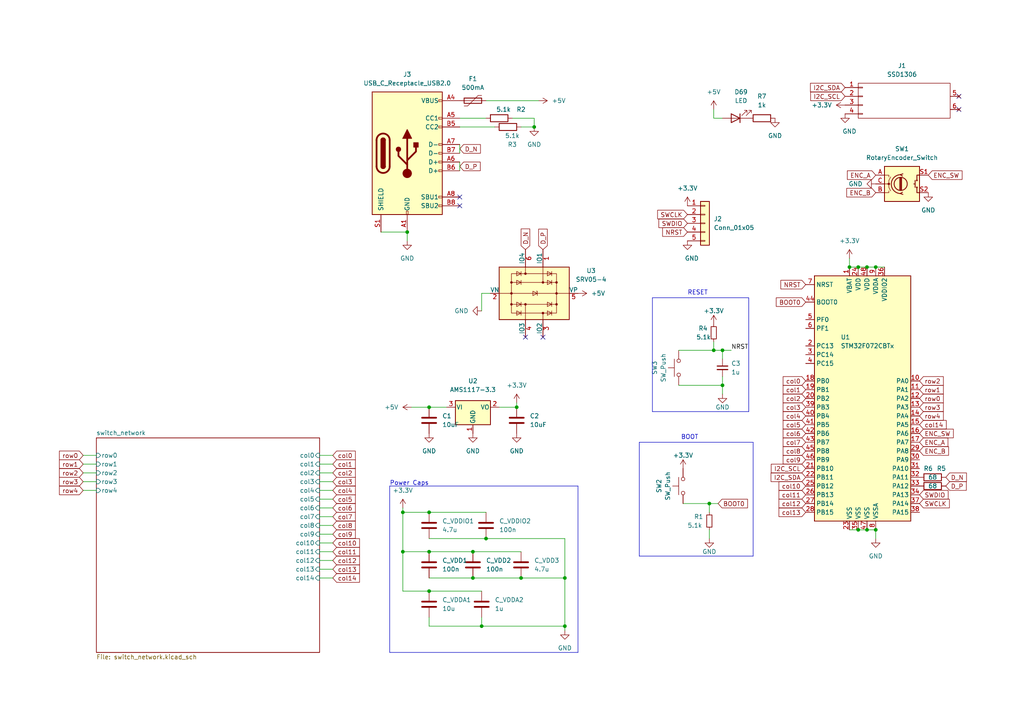
<source format=kicad_sch>
(kicad_sch (version 20230121) (generator eeschema)
  (paper "A4")
  (lib_symbols
    (symbol "Connector:USB_C_Receptacle_USB2.0" (pin_names (offset 1.016))
      (property "Reference" "J" (at -10.16 19.05 0))
      (property "Value" "USB_C_Receptacle_USB2.0" (at 19.05 19.05 0))
      (symbol "USB_C_Receptacle_USB2.0_0_0"
        (rectangle (start -0.254 -17.78) (end 0.254 -16.764))
        (rectangle (start 10.16 -14.986) (end 9.144 -15.494))
        (rectangle (start 10.16 -12.446) (end 9.144 -12.954))
        (rectangle (start 10.16 -4.826) (end 9.144 -5.334))
        (rectangle (start 10.16 -2.286) (end 9.144 -2.794))
        (rectangle (start 10.16 0.254) (end 9.144 -0.254))
        (rectangle (start 10.16 2.794) (end 9.144 2.286))
        (rectangle (start 10.16 7.874) (end 9.144 7.366))
        (rectangle (start 10.16 10.414) (end 9.144 9.906))
        (rectangle (start 10.16 15.494) (end 9.144 14.986))
      )
      (symbol "USB_C_Receptacle_USB2.0_0_1"
        (rectangle (start -10.16 17.78) (end 10.16 -17.78) (stroke (width 0.254)) (fill (type background)))
        (arc (start -8.89 -3.81) (mid -6.985 -5.7067) (end -5.08 -3.81) (stroke (width 0.508)))
        (arc (start -7.62 -3.81) (mid -6.985 -4.4423) (end -6.35 -3.81) (stroke (width 0.254)))
        (arc (start -7.62 -3.81) (mid -6.985 -4.4423) (end -6.35 -3.81) (stroke (width 0.254)) (fill (type outline)))
        (rectangle (start -7.62 -3.81) (end -6.35 3.81) (stroke (width 0.254)) (fill (type outline)))
        (arc (start -6.35 3.81) (mid -6.985 4.4423) (end -7.62 3.81) (stroke (width 0.254)))
        (arc (start -6.35 3.81) (mid -6.985 4.4423) (end -7.62 3.81) (stroke (width 0.254)) (fill (type outline)))
        (arc (start -5.08 3.81) (mid -6.985 5.7067) (end -8.89 3.81) (stroke (width 0.508)))
        (circle (center -2.54 1.143) (radius 0.635) (stroke (width 0.254)) (fill (type outline)))
        (circle (center 0 -5.842) (radius 1.27) (fill (type outline)))
        (polyline (pts (xy -8.89 -3.81) (xy -8.89 3.81)) (stroke (width 0.508)))
        (polyline (pts (xy -5.08 3.81) (xy -5.08 -3.81)) (stroke (width 0.508)))
        (polyline (pts (xy 0 -5.842) (xy 0 4.318)) (stroke (width 0.508)))
        (polyline (pts (xy 0 -3.302) (xy -2.54 -0.762) (xy -2.54 0.508)) (stroke (width 0.508)))
        (polyline (pts (xy 0 -2.032) (xy 2.54 0.508) (xy 2.54 1.778)) (stroke (width 0.508)))
        (polyline (pts (xy -1.27 4.318) (xy 0 6.858) (xy 1.27 4.318) (xy -1.27 4.318)) (stroke (width 0.254)) (fill (type outline)))
        (rectangle (start 1.905 1.778) (end 3.175 3.048) (stroke (width 0.254)) (fill (type outline)))
      )
      (symbol "USB_C_Receptacle_USB2.0_1_1"
        (pin passive line (at 0 -22.86 90) (length 5.08) (name "GND") (number "A1"))
        (pin passive line (at 0 -22.86 90) (length 5.08) hide (name "GND") (number "A12"))
        (pin passive line (at 15.24 15.24 180) (length 5.08) (name "VBUS") (number "A4"))
        (pin bidirectional line (at 15.24 10.16 180) (length 5.08) (name "CC1") (number "A5"))
        (pin bidirectional line (at 15.24 -2.54 180) (length 5.08) (name "D+") (number "A6"))
        (pin bidirectional line (at 15.24 2.54 180) (length 5.08) (name "D-") (number "A7"))
        (pin bidirectional line (at 15.24 -12.7 180) (length 5.08) (name "SBU1") (number "A8"))
        (pin passive line (at 15.24 15.24 180) (length 5.08) hide (name "VBUS") (number "A9"))
        (pin passive line (at 0 -22.86 90) (length 5.08) hide (name "GND") (number "B1"))
        (pin passive line (at 0 -22.86 90) (length 5.08) hide (name "GND") (number "B12"))
        (pin passive line (at 15.24 15.24 180) (length 5.08) hide (name "VBUS") (number "B4"))
        (pin bidirectional line (at 15.24 7.62 180) (length 5.08) (name "CC2") (number "B5"))
        (pin bidirectional line (at 15.24 -5.08 180) (length 5.08) (name "D+") (number "B6"))
        (pin bidirectional line (at 15.24 0 180) (length 5.08) (name "D-") (number "B7"))
        (pin bidirectional line (at 15.24 -15.24 180) (length 5.08) (name "SBU2") (number "B8"))
        (pin passive line (at 15.24 15.24 180) (length 5.08) hide (name "VBUS") (number "B9"))
        (pin passive line (at -7.62 -22.86 90) (length 5.08) (name "SHIELD") (number "S1"))
      )
    )
    (symbol "Connector_Generic:Conn_01x05" (pin_names (offset 1.016) hide)
      (property "Reference" "J" (at 0 7.62 0))
      (property "Value" "Conn_01x05" (at 0 -7.62 0))
      (symbol "Conn_01x05_1_1"
        (rectangle (start -1.27 -4.953) (end 0 -5.207) (stroke (width 0.1524)))
        (rectangle (start -1.27 -2.413) (end 0 -2.667) (stroke (width 0.1524)))
        (rectangle (start -1.27 0.127) (end 0 -0.127) (stroke (width 0.1524)))
        (rectangle (start -1.27 2.667) (end 0 2.413) (stroke (width 0.1524)))
        (rectangle (start -1.27 5.207) (end 0 4.953) (stroke (width 0.1524)))
        (rectangle (start -1.27 6.35) (end 1.27 -6.35) (stroke (width 0.254)) (fill (type background)))
        (pin passive line (at -5.08 5.08 0) (length 3.81) (name "Pin_1") (number "1"))
        (pin passive line (at -5.08 2.54 0) (length 3.81) (name "Pin_2") (number "2"))
        (pin passive line (at -5.08 0 0) (length 3.81) (name "Pin_3") (number "3"))
        (pin passive line (at -5.08 -2.54 0) (length 3.81) (name "Pin_4") (number "4"))
        (pin passive line (at -5.08 -5.08 0) (length 3.81) (name "Pin_5") (number "5"))
      )
    )
    (symbol "Device:C" (pin_numbers hide) (pin_names (offset 0.254))
      (property "Reference" "C" (at 0.635 2.54 0))
      (property "Value" "C" (at 0.635 -2.54 0))
      (symbol "C_0_1"
        (polyline (pts (xy -2.032 -0.762) (xy 2.032 -0.762)) (stroke (width 0.508)))
        (polyline (pts (xy -2.032 0.762) (xy 2.032 0.762)) (stroke (width 0.508)))
      )
      (symbol "C_1_1"
        (pin passive line (at 0 3.81 270) (length 2.794) (name "~") (number "1"))
        (pin passive line (at 0 -3.81 90) (length 2.794) (name "~") (number "2"))
      )
    )
    (symbol "Device:C_Small" (pin_numbers hide) (pin_names (offset 0.254) hide)
      (property "Reference" "C" (at 0.254 1.778 0))
      (property "Value" "C_Small" (at 0.254 -2.032 0))
      (symbol "C_Small_0_1"
        (polyline (pts (xy -1.524 -0.508) (xy 1.524 -0.508)) (stroke (width 0.3302)))
        (polyline (pts (xy -1.524 0.508) (xy 1.524 0.508)) (stroke (width 0.3048)))
      )
      (symbol "C_Small_1_1"
        (pin passive line (at 0 2.54 270) (length 2.032) (name "~") (number "1"))
        (pin passive line (at 0 -2.54 90) (length 2.032) (name "~") (number "2"))
      )
    )
    (symbol "Device:LED" (pin_numbers hide) (pin_names (offset 1.016) hide)
      (property "Reference" "D" (at 0 2.54 0))
      (property "Value" "LED" (at 0 -2.54 0))
      (symbol "LED_0_1"
        (polyline (pts (xy -1.27 -1.27) (xy -1.27 1.27)) (stroke (width 0.254)))
        (polyline (pts (xy -1.27 0) (xy 1.27 0)))
        (polyline (pts (xy 1.27 -1.27) (xy 1.27 1.27) (xy -1.27 0) (xy 1.27 -1.27)) (stroke (width 0.254)))
        (polyline (pts (xy -3.048 -0.762) (xy -4.572 -2.286) (xy -3.81 -2.286) (xy -4.572 -2.286) (xy -4.572 -1.524)))
        (polyline (pts (xy -1.778 -0.762) (xy -3.302 -2.286) (xy -2.54 -2.286) (xy -3.302 -2.286) (xy -3.302 -1.524)))
      )
      (symbol "LED_1_1"
        (pin passive line (at -3.81 0 0) (length 2.54) (name "K") (number "1"))
        (pin passive line (at 3.81 0 180) (length 2.54) (name "A") (number "2"))
      )
    )
    (symbol "Device:Polyfuse" (pin_numbers hide) (pin_names (offset 0))
      (property "Reference" "F" (at -2.54 0 90))
      (property "Value" "Polyfuse" (at 2.54 0 90))
      (symbol "Polyfuse_0_1"
        (rectangle (start -0.762 2.54) (end 0.762 -2.54) (stroke (width 0.254)))
        (polyline (pts (xy 0 2.54) (xy 0 -2.54)))
        (polyline (pts (xy -1.524 2.54) (xy -1.524 1.524) (xy 1.524 -1.524) (xy 1.524 -2.54)))
      )
      (symbol "Polyfuse_1_1"
        (pin passive line (at 0 3.81 270) (length 1.27) (name "~") (number "1"))
        (pin passive line (at 0 -3.81 90) (length 1.27) (name "~") (number "2"))
      )
    )
    (symbol "Device:R" (pin_numbers hide) (pin_names (offset 0))
      (property "Reference" "R" (at 2.032 0 90))
      (property "Value" "R" (at 0 0 90))
      (symbol "R_0_1"
        (rectangle (start -1.016 -2.54) (end 1.016 2.54) (stroke (width 0.254)))
      )
      (symbol "R_1_1"
        (pin passive line (at 0 3.81 270) (length 1.27) (name "~") (number "1"))
        (pin passive line (at 0 -3.81 90) (length 1.27) (name "~") (number "2"))
      )
    )
    (symbol "Device:R_Small" (pin_numbers hide) (pin_names (offset 0.254) hide)
      (property "Reference" "R" (at 0.762 0.508 0))
      (property "Value" "R_Small" (at 0.762 -1.016 0))
      (symbol "R_Small_0_1"
        (rectangle (start -0.762 1.778) (end 0.762 -1.778) (stroke (width 0.2032)))
      )
      (symbol "R_Small_1_1"
        (pin passive line (at 0 2.54 270) (length 0.762) (name "~") (number "1"))
        (pin passive line (at 0 -2.54 90) (length 0.762) (name "~") (number "2"))
      )
    )
    (symbol "Device:RotaryEncoder_Switch" (pin_names (offset 0.254) hide)
      (property "Reference" "SW" (at 0 6.604 0))
      (property "Value" "RotaryEncoder_Switch" (at 0 -6.604 0))
      (symbol "RotaryEncoder_Switch_0_1"
        (rectangle (start -5.08 5.08) (end 5.08 -5.08) (stroke (width 0.254)) (fill (type background)))
        (circle (center -3.81 0) (radius 0.254) (fill (type outline)))
        (circle (center -0.381 0) (radius 1.905) (stroke (width 0.254)))
        (arc (start -0.381 2.667) (mid -3.0988 -0.0635) (end -0.381 -2.794) (stroke (width 0.254)))
        (polyline (pts (xy -0.635 -1.778) (xy -0.635 1.778)) (stroke (width 0.254)))
        (polyline (pts (xy -0.381 -1.778) (xy -0.381 1.778)) (stroke (width 0.254)))
        (polyline (pts (xy -0.127 1.778) (xy -0.127 -1.778)) (stroke (width 0.254)))
        (polyline (pts (xy 3.81 0) (xy 3.429 0)) (stroke (width 0.254)))
        (polyline (pts (xy 3.81 1.016) (xy 3.81 -1.016)) (stroke (width 0.254)))
        (polyline (pts (xy -5.08 -2.54) (xy -3.81 -2.54) (xy -3.81 -2.032)))
        (polyline (pts (xy -5.08 2.54) (xy -3.81 2.54) (xy -3.81 2.032)))
        (polyline (pts (xy 0.254 -3.048) (xy -0.508 -2.794) (xy 0.127 -2.413)) (stroke (width 0.254)))
        (polyline (pts (xy 0.254 2.921) (xy -0.508 2.667) (xy 0.127 2.286)) (stroke (width 0.254)))
        (polyline (pts (xy 5.08 -2.54) (xy 4.318 -2.54) (xy 4.318 -1.016)) (stroke (width 0.254)))
        (polyline (pts (xy 5.08 2.54) (xy 4.318 2.54) (xy 4.318 1.016)) (stroke (width 0.254)))
        (polyline (pts (xy -5.08 0) (xy -3.81 0) (xy -3.81 -1.016) (xy -3.302 -2.032)))
        (polyline (pts (xy -4.318 0) (xy -3.81 0) (xy -3.81 1.016) (xy -3.302 2.032)))
        (circle (center 4.318 -1.016) (radius 0.127) (stroke (width 0.254)))
        (circle (center 4.318 1.016) (radius 0.127) (stroke (width 0.254)))
      )
      (symbol "RotaryEncoder_Switch_1_1"
        (pin passive line (at -7.62 2.54 0) (length 2.54) (name "A") (number "A"))
        (pin passive line (at -7.62 -2.54 0) (length 2.54) (name "B") (number "B"))
        (pin passive line (at -7.62 0 0) (length 2.54) (name "C") (number "C"))
        (pin passive line (at 7.62 2.54 180) (length 2.54) (name "S1") (number "S1"))
        (pin passive line (at 7.62 -2.54 180) (length 2.54) (name "S2") (number "S2"))
      )
    )
    (symbol "MCU_ST_STM32F0:STM32F072CBTx"
      (property "Reference" "U" (at -15.24 36.83 0))
      (property "Value" "STM32F072CBTx" (at 7.62 36.83 0))
      (symbol "STM32F072CBTx_0_1"
        (rectangle (start -15.24 -35.56) (end 12.7 35.56) (stroke (width 0.254)) (fill (type background)))
      )
      (symbol "STM32F072CBTx_1_1"
        (pin power_in line (at -5.08 38.1 270) (length 2.54) (name "VBAT") (number "1"))
        (pin bidirectional line (at 15.24 5.08 180) (length 2.54) (name "PA0") (number "10"))
        (pin bidirectional line (at 15.24 2.54 180) (length 2.54) (name "PA1") (number "11"))
        (pin bidirectional line (at 15.24 0 180) (length 2.54) (name "PA2") (number "12"))
        (pin bidirectional line (at 15.24 -2.54 180) (length 2.54) (name "PA3") (number "13"))
        (pin bidirectional line (at 15.24 -5.08 180) (length 2.54) (name "PA4") (number "14"))
        (pin bidirectional line (at 15.24 -7.62 180) (length 2.54) (name "PA5") (number "15"))
        (pin bidirectional line (at 15.24 -10.16 180) (length 2.54) (name "PA6") (number "16"))
        (pin bidirectional line (at 15.24 -12.7 180) (length 2.54) (name "PA7") (number "17"))
        (pin bidirectional line (at -17.78 5.08 0) (length 2.54) (name "PB0") (number "18"))
        (pin bidirectional line (at -17.78 2.54 0) (length 2.54) (name "PB1") (number "19"))
        (pin bidirectional line (at -17.78 15.24 0) (length 2.54) (name "PC13") (number "2"))
        (pin bidirectional line (at -17.78 0 0) (length 2.54) (name "PB2") (number "20"))
        (pin bidirectional line (at -17.78 -20.32 0) (length 2.54) (name "PB10") (number "21"))
        (pin bidirectional line (at -17.78 -22.86 0) (length 2.54) (name "PB11") (number "22"))
        (pin power_in line (at -5.08 -38.1 90) (length 2.54) (name "VSS") (number "23"))
        (pin power_in line (at -2.54 38.1 270) (length 2.54) (name "VDD") (number "24"))
        (pin bidirectional line (at -17.78 -25.4 0) (length 2.54) (name "PB12") (number "25"))
        (pin bidirectional line (at -17.78 -27.94 0) (length 2.54) (name "PB13") (number "26"))
        (pin bidirectional line (at -17.78 -30.48 0) (length 2.54) (name "PB14") (number "27"))
        (pin bidirectional line (at -17.78 -33.02 0) (length 2.54) (name "PB15") (number "28"))
        (pin bidirectional line (at 15.24 -15.24 180) (length 2.54) (name "PA8") (number "29"))
        (pin bidirectional line (at -17.78 12.7 0) (length 2.54) (name "PC14") (number "3"))
        (pin bidirectional line (at 15.24 -17.78 180) (length 2.54) (name "PA9") (number "30"))
        (pin bidirectional line (at 15.24 -20.32 180) (length 2.54) (name "PA10") (number "31"))
        (pin bidirectional line (at 15.24 -22.86 180) (length 2.54) (name "PA11") (number "32"))
        (pin bidirectional line (at 15.24 -25.4 180) (length 2.54) (name "PA12") (number "33"))
        (pin bidirectional line (at 15.24 -27.94 180) (length 2.54) (name "PA13") (number "34"))
        (pin power_in line (at -2.54 -38.1 90) (length 2.54) (name "VSS") (number "35"))
        (pin power_in line (at 5.08 38.1 270) (length 2.54) (name "VDDIO2") (number "36"))
        (pin bidirectional line (at 15.24 -30.48 180) (length 2.54) (name "PA14") (number "37"))
        (pin bidirectional line (at 15.24 -33.02 180) (length 2.54) (name "PA15") (number "38"))
        (pin bidirectional line (at -17.78 -2.54 0) (length 2.54) (name "PB3") (number "39"))
        (pin bidirectional line (at -17.78 10.16 0) (length 2.54) (name "PC15") (number "4"))
        (pin bidirectional line (at -17.78 -5.08 0) (length 2.54) (name "PB4") (number "40"))
        (pin bidirectional line (at -17.78 -7.62 0) (length 2.54) (name "PB5") (number "41"))
        (pin bidirectional line (at -17.78 -10.16 0) (length 2.54) (name "PB6") (number "42"))
        (pin bidirectional line (at -17.78 -12.7 0) (length 2.54) (name "PB7") (number "43"))
        (pin input line (at -17.78 27.94 0) (length 2.54) (name "BOOT0") (number "44"))
        (pin bidirectional line (at -17.78 -15.24 0) (length 2.54) (name "PB8") (number "45"))
        (pin bidirectional line (at -17.78 -17.78 0) (length 2.54) (name "PB9") (number "46"))
        (pin power_in line (at 0 -38.1 90) (length 2.54) (name "VSS") (number "47"))
        (pin power_in line (at 0 38.1 270) (length 2.54) (name "VDD") (number "48"))
        (pin input line (at -17.78 22.86 0) (length 2.54) (name "PF0") (number "5"))
        (pin input line (at -17.78 20.32 0) (length 2.54) (name "PF1") (number "6"))
        (pin input line (at -17.78 33.02 0) (length 2.54) (name "NRST") (number "7"))
        (pin power_in line (at 2.54 -38.1 90) (length 2.54) (name "VSSA") (number "8"))
        (pin power_in line (at 2.54 38.1 270) (length 2.54) (name "VDDA") (number "9"))
      )
    )
    (symbol "Regulator_Linear:AMS1117-3.3" (pin_names (offset 0.254))
      (property "Reference" "U" (at -3.81 3.175 0))
      (property "Value" "AMS1117-3.3" (at 0 3.175 0))
      (symbol "AMS1117-3.3_0_1"
        (rectangle (start -5.08 -5.08) (end 5.08 1.905) (stroke (width 0.254)) (fill (type background)))
      )
      (symbol "AMS1117-3.3_1_1"
        (pin power_in line (at 0 -7.62 90) (length 2.54) (name "GND") (number "1"))
        (pin power_out line (at 7.62 0 180) (length 2.54) (name "VO") (number "2"))
        (pin power_in line (at -7.62 0 0) (length 2.54) (name "VI") (number "3"))
      )
    )
    (symbol "Switch:SW_Push" (pin_numbers hide) (pin_names (offset 1.016) hide)
      (property "Reference" "SW" (at 1.27 2.54 0))
      (property "Value" "SW_Push" (at 0 -1.524 0))
      (symbol "SW_Push_0_1"
        (circle (center -2.032 0) (radius 0.508))
        (polyline (pts (xy 0 1.27) (xy 0 3.048)))
        (polyline (pts (xy 2.54 1.27) (xy -2.54 1.27)))
        (circle (center 2.032 0) (radius 0.508))
        (pin passive line (at -5.08 0 0) (length 2.54) (name "1") (number "1"))
        (pin passive line (at 5.08 0 180) (length 2.54) (name "2") (number "2"))
      )
    )
    (symbol "kobuss:SSD1306" (pin_names (offset 1.016) hide)
      (property "Reference" "J" (at 12.7 1.27 0))
      (property "Value" "SSD1306" (at 13.97 -1.27 0))
      (symbol "SSD1306_0_1"
        (rectangle (start 0 5.08) (end 26.67 -5.08))
      )
      (symbol "SSD1306_1_1"
        (rectangle (start 0 -3.683) (end 1.27 -3.937) (stroke (width 0.1524)))
        (rectangle (start 0 -1.143) (end 1.27 -1.397) (stroke (width 0.1524)))
        (rectangle (start 0 1.397) (end 1.27 1.143) (stroke (width 0.1524)))
        (rectangle (start 0 3.937) (end 1.27 3.683) (stroke (width 0.1524)))
        (pin passive line (at -3.81 3.81 0) (length 3.81) (name "SDA") (number "1"))
        (pin passive line (at -3.81 1.27 0) (length 3.81) (name "SCL") (number "2"))
        (pin passive line (at -3.81 -1.27 0) (length 3.81) (name "VCC") (number "3"))
        (pin passive line (at -3.81 -3.81 0) (length 3.81) (name "GND") (number "4"))
        (pin no_connect line (at 29.21 1.27 180) (length 2.54) (name "MNT") (number "5"))
        (pin no_connect line (at 29.21 -2.54 180) (length 2.54) (name "MNT") (number "6"))
      )
    )
    (symbol "marbastlib-various:SRV05-4" (pin_names (offset 0))
      (property "Reference" "U" (at -5.08 11.43 0))
      (property "Value" "SRV05-4" (at 2.54 11.43 0))
      (symbol "SRV05-4_0_0"
        (rectangle (start -5.715 6.477) (end 5.715 -6.604))
        (polyline (pts (xy -3.175 -6.604) (xy -3.175 6.477)))
        (polyline (pts (xy 3.175 6.477) (xy 3.175 -6.604)))
      )
      (symbol "SRV05-4_0_1"
        (rectangle (start -7.62 10.16) (end 7.62 -10.16) (stroke (width 0.254)) (fill (type background)))
        (circle (center -5.715 -2.54) (radius 0.2794) (fill (type outline)))
        (circle (center -3.175 -6.604) (radius 0.2794) (fill (type outline)))
        (circle (center -3.175 2.54) (radius 0.2794) (fill (type outline)))
        (circle (center -3.175 6.477) (radius 0.2794) (fill (type outline)))
        (circle (center 0 -6.604) (radius 0.2794) (fill (type outline)))
        (polyline (pts (xy -7.747 2.54) (xy -3.175 2.54)))
        (polyline (pts (xy -7.62 -2.54) (xy -5.715 -2.54)))
        (polyline (pts (xy -5.08 -3.81) (xy -6.35 -3.81)))
        (polyline (pts (xy -5.08 5.08) (xy -6.35 5.08)))
        (polyline (pts (xy -2.54 -3.81) (xy -3.81 -3.81)))
        (polyline (pts (xy -2.54 5.08) (xy -3.81 5.08)))
        (polyline (pts (xy 0 10.16) (xy 0 -10.16)))
        (polyline (pts (xy 3.81 -3.81) (xy 2.54 -3.81)))
        (polyline (pts (xy 3.81 5.08) (xy 2.54 5.08)))
        (polyline (pts (xy 6.35 -3.81) (xy 5.08 -3.81)))
        (polyline (pts (xy 6.35 5.08) (xy 5.08 5.08)))
        (polyline (pts (xy 7.62 -2.54) (xy 3.175 -2.54)))
        (polyline (pts (xy 7.62 2.54) (xy 5.715 2.54)))
        (polyline (pts (xy 0.635 0.889) (xy -0.635 0.889) (xy -0.635 0.635)))
        (polyline (pts (xy -5.08 -5.08) (xy -6.35 -5.08) (xy -5.715 -3.81) (xy -5.08 -5.08)))
        (polyline (pts (xy -5.08 3.81) (xy -6.35 3.81) (xy -5.715 5.08) (xy -5.08 3.81)))
        (polyline (pts (xy -2.54 -5.08) (xy -3.81 -5.08) (xy -3.175 -3.81) (xy -2.54 -5.08)))
        (polyline (pts (xy -2.54 3.81) (xy -3.81 3.81) (xy -3.175 5.08) (xy -2.54 3.81)))
        (polyline (pts (xy 0.635 -0.381) (xy -0.635 -0.381) (xy 0 0.889) (xy 0.635 -0.381)))
        (polyline (pts (xy 3.81 -5.08) (xy 2.54 -5.08) (xy 3.175 -3.81) (xy 3.81 -5.08)))
        (polyline (pts (xy 3.81 3.81) (xy 2.54 3.81) (xy 3.175 5.08) (xy 3.81 3.81)))
        (polyline (pts (xy 6.35 -5.08) (xy 5.08 -5.08) (xy 5.715 -3.81) (xy 6.35 -5.08)))
        (polyline (pts (xy 6.35 3.81) (xy 5.08 3.81) (xy 5.715 5.08) (xy 6.35 3.81)))
        (circle (center 0 6.477) (radius 0.2794) (fill (type outline)))
        (circle (center 3.175 -6.604) (radius 0.2794) (fill (type outline)))
        (circle (center 3.175 -2.54) (radius 0.2794) (fill (type outline)))
        (circle (center 3.175 6.477) (radius 0.2794) (fill (type outline)))
        (circle (center 5.715 2.54) (radius 0.2794) (fill (type outline)))
      )
      (symbol "SRV05-4_1_1"
        (pin passive line (at -12.7 2.54 0) (length 5.08) (name "IO1") (number "1"))
        (pin passive line (at 0 -12.7 90) (length 2.54) (name "VN") (number "2"))
        (pin passive line (at 12.7 2.54 180) (length 5.08) (name "IO2") (number "3"))
        (pin passive line (at 12.7 -2.54 180) (length 5.08) (name "IO3") (number "4"))
        (pin passive line (at 0 12.7 270) (length 2.54) (name "VP") (number "5"))
        (pin passive line (at -12.7 -2.54 0) (length 5.08) (name "IO4") (number "6"))
      )
    )
    (symbol "power:+3.3V" (power) (pin_names (offset 0))
      (property "Value" "+3.3V" (at 0 3.556 0))
      (symbol "+3.3V_0_1"
        (polyline (pts (xy -0.762 1.27) (xy 0 2.54)))
        (polyline (pts (xy 0 0) (xy 0 2.54)))
        (polyline (pts (xy 0 2.54) (xy 0.762 1.27)))
      )
      (symbol "+3.3V_1_1"
        (pin power_in line (at 0 0 90) (length 0) hide (name "+3.3V") (number "1"))
      )
    )
    (symbol "power:+5V" (power) (pin_names (offset 0))
      (property "Value" "+5V" (at 0 3.556 0))
      (symbol "+5V_0_1"
        (polyline (pts (xy -0.762 1.27) (xy 0 2.54)))
        (polyline (pts (xy 0 0) (xy 0 2.54)))
        (polyline (pts (xy 0 2.54) (xy 0.762 1.27)))
      )
      (symbol "+5V_1_1"
        (pin power_in line (at 0 0 90) (length 0) hide (name "+5V") (number "1"))
      )
    )
    (symbol "power:GND" (power) (pin_names (offset 0))
      (property "Value" "GND" (at 0 -3.81 0))
      (symbol "GND_0_1"
        (polyline (pts (xy 0 0) (xy 0 -1.27) (xy 1.27 -1.27) (xy 0 -2.54) (xy -1.27 -1.27) (xy 0 -1.27)))
      )
      (symbol "GND_1_1"
        (pin power_in line (at 0 0 270) (length 0) hide (name "GND") (number "1"))
      )
    )
  )
  (junction (at 124.46 148.59))
  (junction (at 254 153.67))
  (junction (at 139.7 181.61))
  (junction (at 209.55 101.6))
  (junction (at 248.92 153.67))
  (junction (at 207.01 101.6))
  (junction (at 163.83 181.61))
  (junction (at 154.94 36.83))
  (junction (at 116.84 160.02))
  (junction (at 137.16 167.64))
  (junction (at 248.92 77.47))
  (junction (at 254 77.47))
  (junction (at 116.84 148.59))
  (junction (at 118.11 67.31))
  (junction (at 251.46 77.47))
  (junction (at 209.55 111.76))
  (junction (at 205.74 146.05))
  (junction (at 137.16 160.02))
  (junction (at 149.86 118.11))
  (junction (at 163.83 167.64))
  (junction (at 251.46 153.67))
  (junction (at 124.46 160.02))
  (junction (at 246.38 77.47))
  (junction (at 124.46 171.45))
  (junction (at 124.46 118.11))
  (junction (at 140.97 156.21))
  (junction (at 151.13 167.64))
  (no_connect (at 133.35 57.15))
  (no_connect (at 157.48 97.79))
  (no_connect (at 133.35 59.69))
  (no_connect (at 152.4 97.79))
  (no_connect (at 278.13 27.94))
  (no_connect (at 278.13 31.75))
  (wire (pts (xy 92.71 139.7) (xy 96.52 139.7)))
  (wire (pts (xy 148.59 34.29) (xy 154.94 34.29)))
  (wire (pts (xy 246.38 77.47) (xy 248.92 77.47)))
  (wire (pts (xy 151.13 36.83) (xy 154.94 36.83)))
  (wire (pts (xy 207.01 101.6) (xy 209.55 101.6)))
  (polyline (pts (xy 113.03 140.97) (xy 113.03 189.23)))
  (wire (pts (xy 140.97 29.21) (xy 156.21 29.21)))
  (polyline (pts (xy 217.17 119.38) (xy 189.23 119.38)))
  (wire (pts (xy 124.46 148.59) (xy 140.97 148.59)))
  (wire (pts (xy 92.71 162.56) (xy 96.52 162.56)))
  (wire (pts (xy 251.46 153.67) (xy 254 153.67)))
  (wire (pts (xy 124.46 167.64) (xy 137.16 167.64)))
  (wire (pts (xy 24.13 132.08) (xy 27.94 132.08)))
  (wire (pts (xy 92.71 154.94) (xy 96.52 154.94)))
  (wire (pts (xy 209.55 101.6) (xy 212.09 101.6)))
  (wire (pts (xy 163.83 167.64) (xy 163.83 181.61)))
  (wire (pts (xy 116.84 148.59) (xy 116.84 160.02)))
  (wire (pts (xy 92.71 167.64) (xy 96.52 167.64)))
  (polyline (pts (xy 167.64 140.97) (xy 113.03 140.97)))
  (wire (pts (xy 92.71 147.32) (xy 96.52 147.32)))
  (wire (pts (xy 24.13 142.24) (xy 27.94 142.24)))
  (wire (pts (xy 248.92 77.47) (xy 251.46 77.47)))
  (wire (pts (xy 92.71 144.78) (xy 96.52 144.78)))
  (wire (pts (xy 116.84 160.02) (xy 124.46 160.02)))
  (wire (pts (xy 124.46 171.45) (xy 139.7 171.45)))
  (wire (pts (xy 116.84 147.32) (xy 116.84 148.59)))
  (wire (pts (xy 124.46 118.11) (xy 129.54 118.11)))
  (polyline (pts (xy 217.17 86.36) (xy 217.17 119.38)))
  (wire (pts (xy 137.16 160.02) (xy 151.13 160.02)))
  (polyline (pts (xy 185.42 128.27) (xy 218.44 128.27)))
  (polyline (pts (xy 189.23 86.36) (xy 217.17 86.36)))
  (wire (pts (xy 116.84 160.02) (xy 116.84 171.45)))
  (polyline (pts (xy 113.03 189.23) (xy 167.64 189.23)))
  (wire (pts (xy 154.94 34.29) (xy 154.94 36.83)))
  (wire (pts (xy 205.74 146.05) (xy 208.28 146.05)))
  (wire (pts (xy 207.01 31.75) (xy 207.01 34.29)))
  (wire (pts (xy 133.35 34.29) (xy 140.97 34.29)))
  (wire (pts (xy 133.35 36.83) (xy 143.51 36.83)))
  (wire (pts (xy 92.71 149.86) (xy 96.52 149.86)))
  (wire (pts (xy 133.35 46.99) (xy 133.35 49.53)))
  (wire (pts (xy 92.71 152.4) (xy 96.52 152.4)))
  (wire (pts (xy 92.71 142.24) (xy 96.52 142.24)))
  (wire (pts (xy 248.92 153.67) (xy 251.46 153.67)))
  (wire (pts (xy 149.86 118.11) (xy 149.86 116.84)))
  (wire (pts (xy 140.97 156.21) (xy 163.83 156.21)))
  (wire (pts (xy 92.71 160.02) (xy 96.52 160.02)))
  (wire (pts (xy 207.01 34.29) (xy 209.55 34.29)))
  (wire (pts (xy 254 153.67) (xy 254 156.21)))
  (wire (pts (xy 209.55 109.22) (xy 209.55 111.76)))
  (wire (pts (xy 151.13 167.64) (xy 163.83 167.64)))
  (wire (pts (xy 133.35 41.91) (xy 133.35 44.45)))
  (wire (pts (xy 163.83 156.21) (xy 163.83 167.64)))
  (polyline (pts (xy 189.23 86.36) (xy 189.23 119.38)))
  (wire (pts (xy 209.55 101.6) (xy 209.55 104.14)))
  (wire (pts (xy 205.74 146.05) (xy 205.74 148.59)))
  (wire (pts (xy 92.71 137.16) (xy 96.52 137.16)))
  (wire (pts (xy 124.46 160.02) (xy 137.16 160.02)))
  (wire (pts (xy 254 77.47) (xy 256.54 77.47)))
  (wire (pts (xy 124.46 181.61) (xy 139.7 181.61)))
  (polyline (pts (xy 218.44 128.27) (xy 218.44 161.29)))
  (polyline (pts (xy 185.42 128.27) (xy 185.42 161.29)))
  (wire (pts (xy 92.71 132.08) (xy 96.52 132.08)))
  (wire (pts (xy 163.83 181.61) (xy 163.83 182.88)))
  (wire (pts (xy 24.13 139.7) (xy 27.94 139.7)))
  (wire (pts (xy 110.49 67.31) (xy 118.11 67.31)))
  (wire (pts (xy 24.13 137.16) (xy 27.94 137.16)))
  (wire (pts (xy 139.7 85.09) (xy 142.24 85.09)))
  (wire (pts (xy 139.7 181.61) (xy 163.83 181.61)))
  (wire (pts (xy 92.71 134.62) (xy 96.52 134.62)))
  (polyline (pts (xy 218.44 161.29) (xy 185.42 161.29)))
  (wire (pts (xy 196.85 101.6) (xy 207.01 101.6)))
  (wire (pts (xy 139.7 90.17) (xy 139.7 85.09)))
  (wire (pts (xy 116.84 148.59) (xy 124.46 148.59)))
  (wire (pts (xy 24.13 134.62) (xy 27.94 134.62)))
  (polyline (pts (xy 167.64 189.23) (xy 167.64 140.97)))
  (wire (pts (xy 144.78 118.11) (xy 149.86 118.11)))
  (wire (pts (xy 251.46 77.47) (xy 254 77.47)))
  (wire (pts (xy 137.16 167.64) (xy 151.13 167.64)))
  (wire (pts (xy 207.01 101.6) (xy 207.01 99.06)))
  (wire (pts (xy 92.71 157.48) (xy 96.52 157.48)))
  (wire (pts (xy 246.38 74.93) (xy 246.38 77.47)))
  (wire (pts (xy 209.55 111.76) (xy 209.55 114.3)))
  (wire (pts (xy 205.74 153.67) (xy 205.74 156.21)))
  (wire (pts (xy 119.38 118.11) (xy 124.46 118.11)))
  (wire (pts (xy 124.46 156.21) (xy 140.97 156.21)))
  (wire (pts (xy 118.11 67.31) (xy 118.11 69.85)))
  (wire (pts (xy 116.84 171.45) (xy 124.46 171.45)))
  (wire (pts (xy 139.7 179.07) (xy 139.7 181.61)))
  (wire (pts (xy 196.85 111.76) (xy 209.55 111.76)))
  (wire (pts (xy 198.12 146.05) (xy 205.74 146.05)))
  (wire (pts (xy 124.46 179.07) (xy 124.46 181.61)))
  (wire (pts (xy 92.71 165.1) (xy 96.52 165.1)))
  (wire (pts (xy 246.38 153.67) (xy 248.92 153.67)))
  (text "BOOT" (at 197.485 127.635 0) (effects (font (size 1.27 1.27)) (justify left bottom)))
  (text "Power Caps" (at 113.03 140.97 0) (effects (font (size 1.27 1.27)) (justify left bottom)))
  (text "RESET" (at 199.39 85.725 0) (effects (font (size 1.27 1.27)) (justify left bottom)))
  (label "NRST" (at 212.09 101.6 0))
  (global_label "col8" (shape input) (at 233.68 130.81 180) (property "Intersheetrefs" "${INTERSHEET_REFS}" (effects hide)))
  (global_label "I2C_SDA" (shape input) (at 245.11 25.4 180) (property "Intersheetrefs" "${INTERSHEET_REFS}" (effects hide)))
  (global_label "col12" (shape input) (at 233.68 146.05 180) (property "Intersheetrefs" "${INTERSHEET_REFS}" (effects hide)))
  (global_label "col2" (shape input) (at 96.52 137.16 0) (property "Intersheetrefs" "${INTERSHEET_REFS}" (effects hide)))
  (global_label "col1" (shape input) (at 233.68 113.03 180) (property "Intersheetrefs" "${INTERSHEET_REFS}" (effects hide)))
  (global_label "I2C_SCL" (shape input) (at 233.68 135.89 180) (property "Intersheetrefs" "${INTERSHEET_REFS}" (effects hide)))
  (global_label "col4" (shape input) (at 233.68 120.65 180) (property "Intersheetrefs" "${INTERSHEET_REFS}" (effects hide)))
  (global_label "col6" (shape input) (at 96.52 147.32 0) (property "Intersheetrefs" "${INTERSHEET_REFS}" (effects hide)))
  (global_label "col6" (shape input) (at 233.68 125.73 180) (property "Intersheetrefs" "${INTERSHEET_REFS}" (effects hide)))
  (global_label "col14" (shape input) (at 96.52 167.64 0) (property "Intersheetrefs" "${INTERSHEET_REFS}" (effects hide)))
  (global_label "col3" (shape input) (at 233.68 118.11 180) (property "Intersheetrefs" "${INTERSHEET_REFS}" (effects hide)))
  (global_label "row0" (shape input) (at 266.7 115.57 0) (property "Intersheetrefs" "${INTERSHEET_REFS}" (effects hide)))
  (global_label "BOOT0" (shape input) (at 208.28 146.05 0) (property "Intersheetrefs" "${INTERSHEET_REFS}" (effects hide)))
  (global_label "col5" (shape input) (at 233.68 123.19 180) (property "Intersheetrefs" "${INTERSHEET_REFS}" (effects hide)))
  (global_label "NRST" (shape input) (at 233.68 82.55 180) (property "Intersheetrefs" "${INTERSHEET_REFS}" (effects hide)))
  (global_label "row4" (shape input) (at 24.13 142.24 180) (property "Intersheetrefs" "${INTERSHEET_REFS}" (effects hide)))
  (global_label "D_P" (shape input) (at 274.32 140.97 0) (property "Intersheetrefs" "${INTERSHEET_REFS}" (effects hide)))
  (global_label "D_P" (shape input) (at 157.48 72.39 90) (property "Intersheetrefs" "${INTERSHEET_REFS}" (effects hide)))
  (global_label "row1" (shape input) (at 24.13 134.62 180) (property "Intersheetrefs" "${INTERSHEET_REFS}" (effects hide)))
  (global_label "col10" (shape input) (at 233.68 140.97 180) (property "Intersheetrefs" "${INTERSHEET_REFS}" (effects hide)))
  (global_label "ENC_A" (shape input) (at 254 50.8 180) (property "Intersheetrefs" "${INTERSHEET_REFS}" (effects hide)))
  (global_label "row1" (shape input) (at 266.7 113.03 0) (property "Intersheetrefs" "${INTERSHEET_REFS}" (effects hide)))
  (global_label "BOOT0" (shape input) (at 233.68 87.63 180) (property "Intersheetrefs" "${INTERSHEET_REFS}" (effects hide)))
  (global_label "row2" (shape input) (at 24.13 137.16 180) (property "Intersheetrefs" "${INTERSHEET_REFS}" (effects hide)))
  (global_label "col4" (shape input) (at 96.52 142.24 0) (property "Intersheetrefs" "${INTERSHEET_REFS}" (effects hide)))
  (global_label "col13" (shape input) (at 96.52 165.1 0) (property "Intersheetrefs" "${INTERSHEET_REFS}" (effects hide)))
  (global_label "col1" (shape input) (at 96.52 134.62 0) (property "Intersheetrefs" "${INTERSHEET_REFS}" (effects hide)))
  (global_label "col9" (shape input) (at 96.52 154.94 0) (property "Intersheetrefs" "${INTERSHEET_REFS}" (effects hide)))
  (global_label "NRST" (shape input) (at 199.39 67.31 180) (property "Intersheetrefs" "${INTERSHEET_REFS}" (effects hide)))
  (global_label "col2" (shape input) (at 233.68 115.57 180) (property "Intersheetrefs" "${INTERSHEET_REFS}" (effects hide)))
  (global_label "col8" (shape input) (at 96.52 152.4 0) (property "Intersheetrefs" "${INTERSHEET_REFS}" (effects hide)))
  (global_label "col3" (shape input) (at 96.52 139.7 0) (property "Intersheetrefs" "${INTERSHEET_REFS}" (effects hide)))
  (global_label "SWCLK" (shape input) (at 266.7 146.05 0) (property "Intersheetrefs" "${INTERSHEET_REFS}" (effects hide)))
  (global_label "col0" (shape input) (at 96.52 132.08 0) (property "Intersheetrefs" "${INTERSHEET_REFS}" (effects hide)))
  (global_label "SWDIO" (shape input) (at 199.39 64.77 180) (property "Intersheetrefs" "${INTERSHEET_REFS}" (effects hide)))
  (global_label "col7" (shape input) (at 96.52 149.86 0) (property "Intersheetrefs" "${INTERSHEET_REFS}" (effects hide)))
  (global_label "row2" (shape input) (at 266.7 110.49 0) (property "Intersheetrefs" "${INTERSHEET_REFS}" (effects hide)))
  (global_label "col7" (shape input) (at 233.68 128.27 180) (property "Intersheetrefs" "${INTERSHEET_REFS}" (effects hide)))
  (global_label "ENC_SW" (shape input) (at 266.7 125.73 0) (property "Intersheetrefs" "${INTERSHEET_REFS}" (effects hide)))
  (global_label "D_P" (shape input) (at 133.35 48.26 0) (property "Intersheetrefs" "${INTERSHEET_REFS}" (effects hide)))
  (global_label "ENC_SW" (shape input) (at 269.24 50.8 0) (property "Intersheetrefs" "${INTERSHEET_REFS}" (effects hide)))
  (global_label "SWCLK" (shape input) (at 199.39 62.23 180) (property "Intersheetrefs" "${INTERSHEET_REFS}" (effects hide)))
  (global_label "row3" (shape input) (at 24.13 139.7 180) (property "Intersheetrefs" "${INTERSHEET_REFS}" (effects hide)))
  (global_label "D_N" (shape input) (at 274.32 138.43 0) (property "Intersheetrefs" "${INTERSHEET_REFS}" (effects hide)))
  (global_label "ENC_A" (shape input) (at 266.7 128.27 0) (property "Intersheetrefs" "${INTERSHEET_REFS}" (effects hide)))
  (global_label "I2C_SCL" (shape input) (at 245.11 27.94 180) (property "Intersheetrefs" "${INTERSHEET_REFS}" (effects hide)))
  (global_label "I2C_SDA" (shape input) (at 233.68 138.43 180) (property "Intersheetrefs" "${INTERSHEET_REFS}" (effects hide)))
  (global_label "D_N" (shape input) (at 152.4 72.39 90) (property "Intersheetrefs" "${INTERSHEET_REFS}" (effects hide)))
  (global_label "row3" (shape input) (at 266.7 118.11 0) (property "Intersheetrefs" "${INTERSHEET_REFS}" (effects hide)))
  (global_label "col14" (shape input) (at 266.7 123.19 0) (property "Intersheetrefs" "${INTERSHEET_REFS}" (effects hide)))
  (global_label "col11" (shape input) (at 233.68 143.51 180) (property "Intersheetrefs" "${INTERSHEET_REFS}" (effects hide)))
  (global_label "col12" (shape input) (at 96.52 162.56 0) (property "Intersheetrefs" "${INTERSHEET_REFS}" (effects hide)))
  (global_label "row4" (shape input) (at 266.7 120.65 0) (property "Intersheetrefs" "${INTERSHEET_REFS}" (effects hide)))
  (global_label "col0" (shape input) (at 233.68 110.49 180) (property "Intersheetrefs" "${INTERSHEET_REFS}" (effects hide)))
  (global_label "row0" (shape input) (at 24.13 132.08 180) (property "Intersheetrefs" "${INTERSHEET_REFS}" (effects hide)))
  (global_label "D_N" (shape input) (at 133.35 43.18 0) (property "Intersheetrefs" "${INTERSHEET_REFS}" (effects hide)))
  (global_label "col9" (shape input) (at 233.68 133.35 180) (property "Intersheetrefs" "${INTERSHEET_REFS}" (effects hide)))
  (global_label "ENC_B" (shape input) (at 254 55.88 180) (property "Intersheetrefs" "${INTERSHEET_REFS}" (effects hide)))
  (global_label "col10" (shape input) (at 96.52 157.48 0) (property "Intersheetrefs" "${INTERSHEET_REFS}" (effects hide)))
  (global_label "col11" (shape input) (at 96.52 160.02 0) (property "Intersheetrefs" "${INTERSHEET_REFS}" (effects hide)))
  (global_label "ENC_B" (shape input) (at 266.7 130.81 0) (property "Intersheetrefs" "${INTERSHEET_REFS}" (effects hide)))
  (global_label "SWDIO" (shape input) (at 266.7 143.51 0) (property "Intersheetrefs" "${INTERSHEET_REFS}" (effects hide)))
  (global_label "col13" (shape input) (at 233.68 148.59 180) (property "Intersheetrefs" "${INTERSHEET_REFS}" (effects hide)))
  (global_label "col5" (shape input) (at 96.52 144.78 0) (property "Intersheetrefs" "${INTERSHEET_REFS}" (effects hide)))
  (symbol (lib_id "power:GND") (at 163.83 182.88 0) (unit 1)
    (property "Reference" "#PWR0105" (effects hide))
    (property "Value" "GND" (at 163.83 187.96 0))
  )
  (symbol (lib_id "power:GND") (at 209.55 114.3 0) (unit 1)
    (property "Reference" "#PWR0112" (effects hide))
    (property "Value" "GND" (at 209.55 118.11 0))
  )
  (symbol (lib_id "Device:R_Small") (at 205.74 151.13 180) (unit 1)
    (property "Reference" "R1" (at 201.295 149.86 0) (effects (justify right)))
    (property "Value" "5.1k" (at 199.39 152.4 0) (effects (justify right)))
    (property "Footprint" "Resistor_THT:R_Axial_DIN0204_L3.6mm_D1.6mm_P5.08mm_Horizontal" (effects hide))
  )
  (symbol (lib_id "power:+3.3V") (at 198.12 135.89 0) (unit 1)
    (property "Reference" "#PWR0109" (effects hide))
    (property "Value" "+3.3V" (at 198.12 132.08 0))
  )
  (symbol (lib_id "power:GND") (at 139.7 90.17 270) (unit 1)
    (property "Reference" "#PWR02" (effects hide))
    (property "Value" "GND" (at 135.89 90.1699 90) (effects (justify right)))
  )
  (symbol (lib_id "power:+3.3V") (at 246.38 74.93 0) (unit 1)
    (property "Reference" "#PWR0122" (effects hide))
    (property "Value" "+3.3V" (at 246.38 69.85 0))
  )
  (symbol (lib_id "Regulator_Linear:AMS1117-3.3") (at 137.16 118.11 0) (unit 1)
    (property "Reference" "U2" (at 137.16 110.49 0))
    (property "Value" "AMS1117-3.3" (at 137.16 113.03 0))
    (property "Footprint" "Package_TO_SOT_SMD:SOT-223-3_TabPin2" (effects hide))
    (property "Datasheet" "http://www.advanced-monolithic.com/pdf/ds1117.pdf" (effects hide))
  )
  (symbol (lib_id "Device:R") (at 147.32 36.83 90) (unit 1)
    (property "Reference" "R3" (at 148.59 41.91 90))
    (property "Value" "5.1k" (at 148.59 39.37 90))
    (property "Footprint" "Resistor_THT:R_Axial_DIN0204_L3.6mm_D1.6mm_P5.08mm_Horizontal" (effects hide))
  )
  (symbol (lib_id "power:GND") (at 149.86 125.73 0) (unit 1)
    (property "Reference" "#PWR0119" (effects hide))
    (property "Value" "GND" (at 149.86 130.81 0))
  )
  (symbol (lib_id "power:+3.3V") (at 199.39 59.69 0) (unit 1)
    (property "Reference" "#PWR05" (effects hide))
    (property "Value" "+3.3V" (at 199.39 54.61 0))
  )
  (symbol (lib_id "power:+3.3V") (at 116.84 147.32 0) (unit 1)
    (property "Reference" "#PWR0108" (effects hide))
    (property "Value" "+3.3V" (at 116.84 142.24 0))
  )
  (symbol (lib_id "Device:C") (at 151.13 163.83 0) (unit 1)
    (property "Reference" "C_VDD3" (at 154.94 162.5599 0) (effects (justify left)))
    (property "Value" "4.7u" (at 154.94 165.0999 0) (effects (justify left)))
    (property "Footprint" "Capacitor_THT:CP_Radial_D4.0mm_P1.50mm" (effects hide))
  )
  (symbol (lib_id "Device:R") (at 270.51 140.97 90) (unit 1)
    (property "Reference" "R6" (at 269.24 135.89 90))
    (property "Value" "68" (at 270.51 140.97 90))
    (property "Footprint" "Resistor_THT:R_Axial_DIN0204_L3.6mm_D1.6mm_P5.08mm_Horizontal" (effects hide))
  )
  (symbol (lib_id "Device:RotaryEncoder_Switch") (at 261.62 53.34 0) (unit 1)
    (property "Reference" "SW1" (at 261.62 43.18 0))
    (property "Value" "RotaryEncoder_Switch" (at 261.62 45.72 0))
    (property "Footprint" "Rotary_Encoder:RotaryEncoder_Alps_EC11E-Switch_Vertical_H20mm" (effects hide))
  )
  (symbol (lib_id "Device:C") (at 140.97 152.4 0) (unit 1)
    (property "Reference" "C_VDDIO2" (at 144.78 151.1299 0) (effects (justify left)))
    (property "Value" "100n" (at 144.78 153.6699 0) (effects (justify left)))
    (property "Footprint" "Capacitor_THT:C_Disc_D5.0mm_W2.5mm_P2.50mm" (effects hide))
  )
  (symbol (lib_id "Connector_Generic:Conn_01x05") (at 204.47 64.77 0) (unit 1)
    (property "Reference" "J2" (at 207.01 63.5 0) (effects (justify left)))
    (property "Value" "Conn_01x05" (at 207.01 66.04 0) (effects (justify left)))
    (property "Footprint" "Connector_PinHeader_2.54mm:PinHeader_1x05_P2.54mm_Vertical" (effects hide))
  )
  (symbol (lib_id "power:GND") (at 124.46 125.73 0) (unit 1)
    (property "Reference" "#PWR0116" (effects hide))
    (property "Value" "GND" (at 124.46 130.81 0))
  )
  (symbol (lib_id "power:+3.3V") (at 245.11 30.48 90) (unit 1)
    (property "Reference" "#PWR06" (effects hide))
    (property "Value" "+3.3V" (at 241.3 30.48 90) (effects (justify left)))
  )
  (symbol (lib_id "Device:R") (at 220.98 34.29 90) (unit 1)
    (property "Reference" "R7" (at 220.98 27.94 90))
    (property "Value" "1k" (at 220.98 30.48 90))
    (property "Footprint" "Resistor_THT:R_Axial_DIN0204_L3.6mm_D1.6mm_P5.08mm_Horizontal" (effects hide))
  )
  (symbol (lib_id "power:GND") (at 154.94 36.83 0) (unit 1)
    (property "Reference" "#PWR0114" (effects hide))
    (property "Value" "GND" (at 154.94 41.91 0))
  )
  (symbol (lib_id "Switch:SW_Push") (at 196.85 106.68 90) (unit 1)
    (property "Reference" "SW3" (at 189.865 106.68 0))
    (property "Value" "SW_Push" (at 192.405 106.68 0))
    (property "Footprint" "Button_Switch_THT:SW_PUSH_6mm" (effects hide))
    (property "LCSC" "C318884" (effects hide))
  )
  (symbol (lib_id "Device:C") (at 124.46 163.83 0) (unit 1)
    (property "Reference" "C_VDD1" (at 128.27 162.5599 0) (effects (justify left)))
    (property "Value" "100n" (at 128.27 165.0999 0) (effects (justify left)))
    (property "Footprint" "Capacitor_THT:C_Disc_D5.0mm_W2.5mm_P2.50mm" (effects hide))
  )
  (symbol (lib_id "power:GND") (at 118.11 69.85 0) (unit 1)
    (property "Reference" "#PWR0121" (effects hide))
    (property "Value" "GND" (at 118.11 74.93 0))
  )
  (symbol (lib_id "Device:Polyfuse") (at 137.16 29.21 90) (unit 1)
    (property "Reference" "F1" (at 137.16 22.86 90))
    (property "Value" "500mA" (at 137.16 25.4 90))
    (property "Footprint" "marbastvary:polyfuse_5.1mm" (effects hide))
  )
  (symbol (lib_id "Device:C") (at 124.46 175.26 0) (unit 1)
    (property "Reference" "C_VDDA1" (at 128.27 173.9899 0) (effects (justify left)))
    (property "Value" "10u" (at 128.27 176.5299 0) (effects (justify left)))
    (property "Footprint" "Capacitor_THT:CP_Radial_D4.0mm_P1.50mm" (effects hide))
  )
  (symbol (lib_id "power:GND") (at 254 53.34 270) (unit 1)
    (property "Reference" "#PWR0104" (effects hide))
    (property "Value" "GND" (at 250.19 53.34 90) (effects (justify right)))
  )
  (symbol (lib_id "power:GND") (at 137.16 125.73 0) (unit 1)
    (property "Reference" "#PWR0120" (effects hide))
    (property "Value" "GND" (at 137.16 130.81 0))
  )
  (symbol (lib_id "Device:C") (at 137.16 163.83 0) (unit 1)
    (property "Reference" "C_VDD2" (at 140.97 162.5599 0) (effects (justify left)))
    (property "Value" "100n" (at 140.97 165.0999 0) (effects (justify left)))
    (property "Footprint" "Capacitor_THT:C_Disc_D5.0mm_W2.5mm_P2.50mm" (effects hide))
  )
  (symbol (lib_id "Device:C") (at 124.46 121.92 0) (unit 1)
    (property "Reference" "C1" (at 128.27 120.6499 0) (effects (justify left)))
    (property "Value" "10uF" (at 128.27 123.1899 0) (effects (justify left)))
    (property "Footprint" "Capacitor_THT:CP_Radial_D4.0mm_P1.50mm" (effects hide))
  )
  (symbol (lib_id "Device:C_Small") (at 209.55 106.68 0) (unit 1)
    (property "Reference" "C3" (at 212.09 105.4162 0) (effects (justify left)))
    (property "Value" "1u" (at 212.09 107.9562 0) (effects (justify left)))
    (property "Footprint" "Capacitor_THT:CP_Radial_D4.0mm_P1.50mm" (effects hide))
  )
  (symbol (lib_id "Device:LED") (at 213.36 34.29 180) (unit 1)
    (property "Reference" "D69" (at 214.9475 26.67 0))
    (property "Value" "LED" (at 214.9475 29.21 0))
    (property "Footprint" "LED_THT:LED_D3.0mm_Clear" (effects hide))
  )
  (symbol (lib_id "Device:C") (at 139.7 175.26 0) (unit 1)
    (property "Reference" "C_VDDA2" (at 143.51 173.9899 0) (effects (justify left)))
    (property "Value" "1u" (at 143.51 176.5299 0) (effects (justify left)))
    (property "Footprint" "Capacitor_THT:CP_Radial_D4.0mm_P1.50mm" (effects hide))
  )
  (symbol (lib_id "marbastlib-various:SRV05-4") (at 154.94 85.09 270) (unit 1)
    (property "Reference" "U3" (at 171.45 78.5112 90))
    (property "Value" "SRV05-4" (at 171.45 81.0512 90))
    (property "Footprint" "marbastvary:SOT-23-6-routable" (effects hide))
    (property "Datasheet" "http://www.onsemi.com/pub/Collateral/SRV05-4-D.PDF" (effects hide))
  )
  (symbol (lib_id "Device:C") (at 124.46 152.4 0) (unit 1)
    (property "Reference" "C_VDDIO1" (at 128.27 151.1299 0) (effects (justify left)))
    (property "Value" "4.7u" (at 128.27 153.6699 0) (effects (justify left)))
    (property "Footprint" "Capacitor_THT:CP_Radial_D4.0mm_P1.50mm" (effects hide))
  )
  (symbol (lib_id "power:+5V") (at 167.64 85.09 270) (unit 1)
    (property "Reference" "#PWR01" (effects hide))
    (property "Value" "+5V" (at 171.45 85.0899 90) (effects (justify left)))
  )
  (symbol (lib_id "power:GND") (at 254 156.21 0) (unit 1)
    (property "Reference" "#PWR0111" (effects hide))
    (property "Value" "GND" (at 254 161.29 0))
  )
  (symbol (lib_id "power:GND") (at 199.39 69.85 0) (unit 1)
    (property "Reference" "#PWR0107" (effects hide))
    (property "Value" "GND" (at 200.66 74.93 0))
  )
  (symbol (lib_id "Device:R") (at 270.51 138.43 90) (unit 1)
    (property "Reference" "R5" (at 273.05 135.89 90))
    (property "Value" "68" (at 270.51 138.43 90))
    (property "Footprint" "Resistor_THT:R_Axial_DIN0204_L3.6mm_D1.6mm_P5.08mm_Horizontal" (effects hide))
  )
  (symbol (lib_id "kobuss:SSD1306") (at 248.92 29.21 0) (unit 1)
    (property "Reference" "J1" (at 261.62 19.05 0))
    (property "Value" "SSD1306" (at 261.62 21.59 0))
    (property "Footprint" "marbastvary:SSD1306" (effects hide))
  )
  (symbol (lib_id "power:GND") (at 224.79 34.29 0) (unit 1)
    (property "Reference" "#PWR04" (effects hide))
    (property "Value" "GND" (at 224.79 39.37 0))
  )
  (symbol (lib_id "Device:R_Small") (at 207.01 96.52 180) (unit 1)
    (property "Reference" "R4" (at 202.565 95.25 0) (effects (justify right)))
    (property "Value" "5.1k" (at 201.93 97.79 0) (effects (justify right)))
    (property "Footprint" "Resistor_THT:R_Axial_DIN0204_L3.6mm_D1.6mm_P5.08mm_Horizontal" (effects hide))
  )
  (symbol (lib_id "Switch:SW_Push") (at 198.12 140.97 90) (unit 1)
    (property "Reference" "SW2" (at 191.135 140.97 0))
    (property "Value" "SW_Push" (at 193.675 140.97 0))
    (property "Footprint" "Button_Switch_THT:SW_PUSH_6mm" (effects hide))
    (property "LCSC" "C318884" (effects hide))
  )
  (symbol (lib_id "power:GND") (at 245.11 33.02 0) (unit 1)
    (property "Reference" "#PWR0102" (effects hide))
    (property "Value" "GND" (at 246.38 38.1 0))
  )
  (symbol (lib_id "power:GND") (at 269.24 55.88 0) (unit 1)
    (property "Reference" "#PWR0103" (effects hide))
    (property "Value" "GND" (at 269.24 60.96 0))
  )
  (symbol (lib_id "MCU_ST_STM32F0:STM32F072CBTx") (at 251.46 115.57 0) (unit 1)
    (property "Reference" "U1" (at 243.84 97.79 0) (effects (justify left)))
    (property "Value" "STM32F072CBTx" (at 243.84 100.33 0) (effects (justify left)))
    (property "Footprint" "Package_QFP:LQFP-48_7x7mm_P0.5mm" (effects hide))
    (property "Datasheet" "http://www.st.com/st-web-ui/static/active/en/resource/technical/document/datasheet/DM00090510.pdf" (effects hide))
  )
  (symbol (lib_id "power:+3.3V") (at 149.86 116.84 0) (unit 1)
    (property "Reference" "#PWR0118" (effects hide))
    (property "Value" "+3.3V" (at 149.86 111.76 0))
  )
  (symbol (lib_id "power:+5V") (at 156.21 29.21 270) (unit 1)
    (property "Reference" "#PWR0115" (effects hide))
    (property "Value" "+5V" (at 160.02 29.2099 90) (effects (justify left)))
  )
  (symbol (lib_id "power:+3.3V") (at 207.01 93.98 0) (unit 1)
    (property "Reference" "#PWR0113" (effects hide))
    (property "Value" "+3.3V" (at 207.01 90.17 0))
  )
  (symbol (lib_id "Device:C") (at 149.86 121.92 0) (unit 1)
    (property "Reference" "C2" (at 153.67 120.6499 0) (effects (justify left)))
    (property "Value" "10uF" (at 153.67 123.1899 0) (effects (justify left)))
    (property "Footprint" "Capacitor_THT:CP_Radial_D4.0mm_P1.50mm" (effects hide))
  )
  (symbol (lib_id "Device:R") (at 144.78 34.29 90) (unit 1)
    (property "Reference" "R2" (at 151.13 31.75 90))
    (property "Value" "5.1k" (at 146.05 31.75 90))
    (property "Footprint" "Resistor_THT:R_Axial_DIN0204_L3.6mm_D1.6mm_P5.08mm_Horizontal" (effects hide))
  )
  (symbol (lib_id "power:+5V") (at 119.38 118.11 90) (unit 1)
    (property "Reference" "#PWR0117" (effects hide))
    (property "Value" "+5V" (at 115.57 118.1099 90) (effects (justify left)))
  )
  (symbol (lib_id "power:+5V") (at 207.01 31.75 0) (unit 1)
    (property "Reference" "#PWR03" (effects hide))
    (property "Value" "+5V" (at 207.01 26.67 0))
  )
  (symbol (lib_id "power:GND") (at 205.74 156.21 0) (unit 1)
    (property "Reference" "#PWR0110" (effects hide))
    (property "Value" "GND" (at 205.74 160.02 0))
  )
  (symbol (lib_id "Connector:USB_C_Receptacle_USB2.0") (at 118.11 44.45 0) (unit 1)
    (property "Reference" "J3" (at 118.11 21.59 0))
    (property "Value" "USB_C_Receptacle_USB2.0" (at 118.11 24.13 0))
    (property "Footprint" "USB-C:TYPE-C-31-M-12" (effects hide))
    (property "Datasheet" "https://www.usb.org/sites/default/files/documents/usb_type-c.zip" (effects hide))
  )
  (sheet (at 27.94 127) (size 64.77 62.23) (stroke (width 0.1524))
    (property "Sheetname" "switch_network" (at 27.94 126.2884 0) (effects (justify left bottom)))
    (property "Sheetfile" "switch_network.kicad_sch" (at 27.94 189.8146 0) (effects (justify left top)))
    (pin "col14" input (at 92.71 167.64 0))
    (pin "col13" input (at 92.71 165.1 0))
    (pin "col12" input (at 92.71 162.56 0))
    (pin "col8" input (at 92.71 152.4 0))
    (pin "col7" input (at 92.71 149.86 0))
    (pin "col11" input (at 92.71 160.02 0))
    (pin "col10" input (at 92.71 157.48 0))
    (pin "col9" input (at 92.71 154.94 0))
    (pin "col3" input (at 92.71 139.7 0))
    (pin "col4" input (at 92.71 142.24 0))
    (pin "col5" input (at 92.71 144.78 0))
    (pin "col0" input (at 92.71 132.08 0))
    (pin "row1" input (at 27.94 134.62 180))
    (pin "col2" input (at 92.71 137.16 0))
    (pin "row2" input (at 27.94 137.16 180))
    (pin "row3" input (at 27.94 139.7 180))
    (pin "row0" input (at 27.94 132.08 180))
    (pin "row4" input (at 27.94 142.24 180))
    (pin "col6" input (at 92.71 147.32 0))
    (pin "col1" input (at 92.71 134.62 0))
  )
)
</source>
